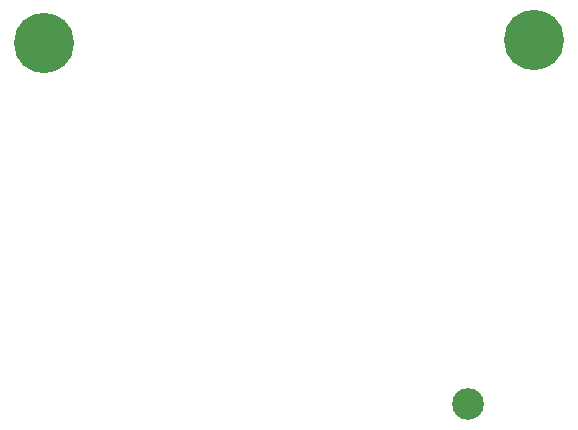
<source format=gbs>
G04*
G04 #@! TF.GenerationSoftware,Altium Limited,Altium Designer,22.10.1 (41)*
G04*
G04 Layer_Color=16711935*
%FSLAX25Y25*%
%MOIN*%
G70*
G04*
G04 #@! TF.SameCoordinates,8FEA939C-E76D-43F5-B1C2-14765C5B3C68*
G04*
G04*
G04 #@! TF.FilePolarity,Negative*
G04*
G01*
G75*
%ADD40C,0.10591*%
%ADD41C,0.20079*%
D40*
X464555Y244685D02*
D03*
D41*
X323243Y365000D02*
D03*
X486757Y366000D02*
D03*
M02*

</source>
